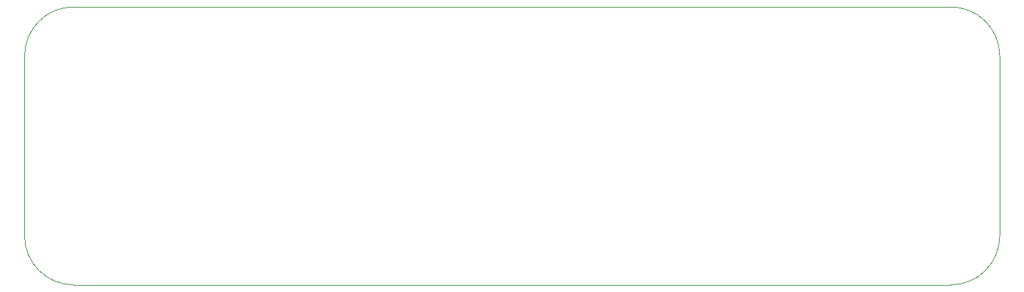
<source format=gbr>
G04 #@! TF.GenerationSoftware,KiCad,Pcbnew,5.1.5+dfsg1-2build2*
G04 #@! TF.CreationDate,2020-06-17T17:13:45+02:00*
G04 #@! TF.ProjectId,termint-wifi,7465726d-696e-4742-9d77-6966692e6b69,rev?*
G04 #@! TF.SameCoordinates,Original*
G04 #@! TF.FileFunction,Profile,NP*
%FSLAX46Y46*%
G04 Gerber Fmt 4.6, Leading zero omitted, Abs format (unit mm)*
G04 Created by KiCad (PCBNEW 5.1.5+dfsg1-2build2) date 2020-06-17 17:13:45*
%MOMM*%
%LPD*%
G04 APERTURE LIST*
%ADD10C,0.050000*%
G04 APERTURE END LIST*
D10*
X56514999Y-50038001D02*
X163499999Y-50037982D01*
X56500001Y-83962018D02*
X163485001Y-83961999D01*
X169461999Y-56014999D02*
X169462018Y-77999999D01*
X50538001Y-77985001D02*
X50537982Y-56000001D01*
X56500001Y-83962018D02*
G75*
G02X50538001Y-77985001I-1J5962018D01*
G01*
X169462018Y-77999999D02*
G75*
G02X163485001Y-83961999I-5962018J-1D01*
G01*
X163499999Y-50037982D02*
G75*
G02X169461999Y-56014999I1J-5962018D01*
G01*
X50537982Y-56000001D02*
G75*
G02X56514999Y-50038001I5962018J1D01*
G01*
M02*

</source>
